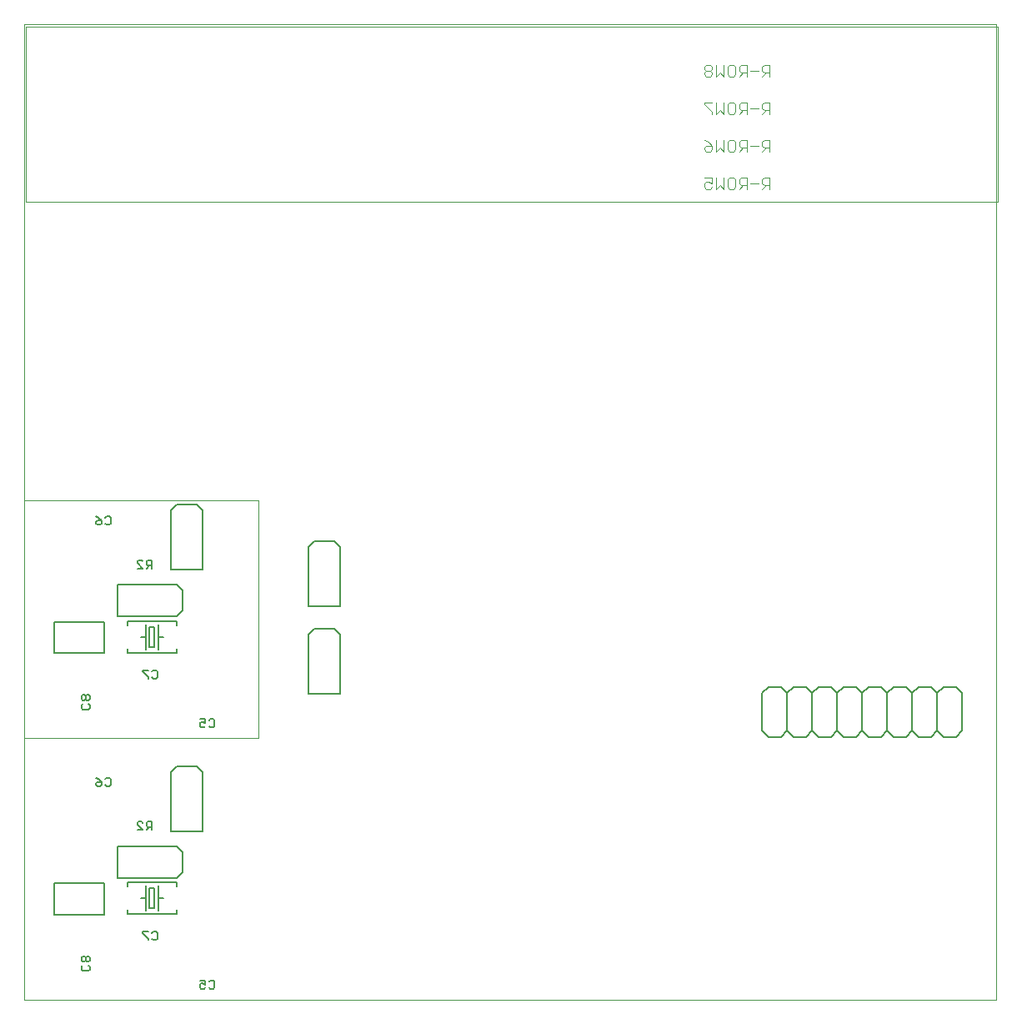
<source format=gbo>
G04 This is an RS-274x file exported by *
G04 gerbv version 2.6.1 *
G04 More information is available about gerbv at *
G04 http://gerbv.geda-project.org/ *
G04 --End of header info--*
%MOIN*%
%FSLAX34Y34*%
%IPPOS*%
G04 --Define apertures--*
%ADD10C,0.0000*%
%ADD11C,0.0060*%
%ADD12C,0.0050*%
%ADD13C,0.0040*%
G04 --Start main section--*
G54D10*
G01X0000535Y0000450D02*
G01X0000535Y0039446D01*
G01X0000535Y0039446D02*
G01X0039405Y0039446D01*
G01X0039405Y0039446D02*
G01X0039405Y0000450D01*
G01X0039405Y0000450D02*
G01X0000535Y0000450D01*
G54D11*
G01X0002815Y0001650D02*
G01X0002815Y0001764D01*
G01X0002815Y0001764D02*
G01X0002872Y0001820D01*
G01X0002872Y0001962D02*
G01X0002929Y0001962D01*
G01X0002929Y0001962D02*
G01X0002985Y0002018D01*
G01X0002985Y0002018D02*
G01X0002985Y0002132D01*
G01X0002985Y0002132D02*
G01X0002929Y0002189D01*
G01X0002929Y0002189D02*
G01X0002872Y0002189D01*
G01X0002872Y0002189D02*
G01X0002815Y0002132D01*
G01X0002815Y0002132D02*
G01X0002815Y0002018D01*
G01X0002815Y0002018D02*
G01X0002872Y0001962D01*
G01X0002985Y0002018D02*
G01X0003042Y0001962D01*
G01X0003042Y0001962D02*
G01X0003099Y0001962D01*
G01X0003099Y0001962D02*
G01X0003155Y0002018D01*
G01X0003155Y0002018D02*
G01X0003155Y0002132D01*
G01X0003155Y0002132D02*
G01X0003099Y0002189D01*
G01X0003099Y0002189D02*
G01X0003042Y0002189D01*
G01X0003042Y0002189D02*
G01X0002985Y0002132D01*
G01X0003099Y0001820D02*
G01X0003155Y0001764D01*
G01X0003155Y0001764D02*
G01X0003155Y0001650D01*
G01X0003155Y0001650D02*
G01X0003099Y0001593D01*
G01X0003099Y0001593D02*
G01X0002872Y0001593D01*
G01X0002872Y0001593D02*
G01X0002815Y0001650D01*
G01X0005260Y0003114D02*
G01X0005487Y0002887D01*
G01X0005487Y0002887D02*
G01X0005487Y0002830D01*
G01X0005628Y0002887D02*
G01X0005685Y0002830D01*
G01X0005685Y0002830D02*
G01X0005798Y0002830D01*
G01X0005798Y0002830D02*
G01X0005855Y0002887D01*
G01X0005855Y0002887D02*
G01X0005855Y0003114D01*
G01X0005855Y0003114D02*
G01X0005798Y0003170D01*
G01X0005798Y0003170D02*
G01X0005685Y0003170D01*
G01X0005685Y0003170D02*
G01X0005628Y0003114D01*
G01X0005487Y0003170D02*
G01X0005260Y0003170D01*
G01X0005260Y0003170D02*
G01X0005260Y0003114D01*
G01X0007547Y0001220D02*
G01X0007773Y0001220D01*
G01X0007773Y0001220D02*
G01X0007773Y0001050D01*
G01X0007773Y0001050D02*
G01X0007660Y0001107D01*
G01X0007660Y0001107D02*
G01X0007603Y0001107D01*
G01X0007603Y0001107D02*
G01X0007547Y0001050D01*
G01X0007547Y0001050D02*
G01X0007547Y0000937D01*
G01X0007547Y0000937D02*
G01X0007603Y0000880D01*
G01X0007603Y0000880D02*
G01X0007717Y0000880D01*
G01X0007717Y0000880D02*
G01X0007773Y0000937D01*
G01X0007915Y0000937D02*
G01X0007972Y0000880D01*
G01X0007972Y0000880D02*
G01X0008085Y0000880D01*
G01X0008085Y0000880D02*
G01X0008142Y0000937D01*
G01X0008142Y0000937D02*
G01X0008142Y0001164D01*
G01X0008142Y0001164D02*
G01X0008085Y0001220D01*
G01X0008085Y0001220D02*
G01X0007972Y0001220D01*
G01X0007972Y0001220D02*
G01X0007915Y0001164D01*
G01X0005642Y0007230D02*
G01X0005642Y0007570D01*
G01X0005642Y0007570D02*
G01X0005472Y0007570D01*
G01X0005472Y0007570D02*
G01X0005415Y0007514D01*
G01X0005415Y0007514D02*
G01X0005415Y0007400D01*
G01X0005415Y0007400D02*
G01X0005472Y0007343D01*
G01X0005472Y0007343D02*
G01X0005642Y0007343D01*
G01X0005528Y0007343D02*
G01X0005415Y0007230D01*
G01X0005273Y0007230D02*
G01X0005047Y0007457D01*
G01X0005047Y0007457D02*
G01X0005047Y0007514D01*
G01X0005047Y0007514D02*
G01X0005103Y0007570D01*
G01X0005103Y0007570D02*
G01X0005217Y0007570D01*
G01X0005217Y0007570D02*
G01X0005273Y0007514D01*
G01X0005273Y0007230D02*
G01X0005047Y0007230D01*
G01X0003935Y0008980D02*
G01X0003822Y0008980D01*
G01X0003822Y0008980D02*
G01X0003765Y0009037D01*
G01X0003623Y0009037D02*
G01X0003567Y0008980D01*
G01X0003567Y0008980D02*
G01X0003453Y0008980D01*
G01X0003453Y0008980D02*
G01X0003397Y0009037D01*
G01X0003397Y0009037D02*
G01X0003397Y0009093D01*
G01X0003397Y0009093D02*
G01X0003453Y0009150D01*
G01X0003453Y0009150D02*
G01X0003623Y0009150D01*
G01X0003623Y0009150D02*
G01X0003623Y0009037D01*
G01X0003623Y0009150D02*
G01X0003510Y0009264D01*
G01X0003510Y0009264D02*
G01X0003397Y0009320D01*
G01X0003765Y0009264D02*
G01X0003822Y0009320D01*
G01X0003822Y0009320D02*
G01X0003935Y0009320D01*
G01X0003935Y0009320D02*
G01X0003992Y0009264D01*
G01X0003992Y0009264D02*
G01X0003992Y0009037D01*
G01X0003992Y0009037D02*
G01X0003935Y0008980D01*
G01X0030035Y0011200D02*
G01X0030285Y0010950D01*
G01X0030285Y0010950D02*
G01X0030785Y0010950D01*
G01X0030785Y0010950D02*
G01X0031035Y0011200D01*
G01X0031035Y0011200D02*
G01X0031035Y0012700D01*
G01X0031035Y0012700D02*
G01X0031285Y0012950D01*
G01X0031285Y0012950D02*
G01X0031785Y0012950D01*
G01X0031785Y0012950D02*
G01X0032035Y0012700D01*
G01X0032035Y0012700D02*
G01X0032035Y0011200D01*
G01X0032035Y0011200D02*
G01X0032285Y0010950D01*
G01X0032285Y0010950D02*
G01X0032785Y0010950D01*
G01X0032785Y0010950D02*
G01X0033035Y0011200D01*
G01X0033035Y0011200D02*
G01X0033035Y0012700D01*
G01X0033035Y0012700D02*
G01X0033285Y0012950D01*
G01X0033285Y0012950D02*
G01X0033785Y0012950D01*
G01X0033785Y0012950D02*
G01X0034035Y0012700D01*
G01X0034035Y0012700D02*
G01X0034035Y0011200D01*
G01X0034035Y0011200D02*
G01X0034285Y0010950D01*
G01X0034285Y0010950D02*
G01X0034785Y0010950D01*
G01X0034785Y0010950D02*
G01X0035035Y0011200D01*
G01X0035035Y0011200D02*
G01X0035035Y0012700D01*
G01X0035035Y0012700D02*
G01X0035285Y0012950D01*
G01X0035285Y0012950D02*
G01X0035785Y0012950D01*
G01X0035785Y0012950D02*
G01X0036035Y0012700D01*
G01X0036035Y0012700D02*
G01X0036035Y0011200D01*
G01X0036035Y0011200D02*
G01X0036285Y0010950D01*
G01X0036285Y0010950D02*
G01X0036785Y0010950D01*
G01X0036785Y0010950D02*
G01X0037035Y0011200D01*
G01X0037035Y0011200D02*
G01X0037285Y0010950D01*
G01X0037285Y0010950D02*
G01X0037785Y0010950D01*
G01X0037785Y0010950D02*
G01X0038035Y0011200D01*
G01X0038035Y0011200D02*
G01X0038035Y0012700D01*
G01X0038035Y0012700D02*
G01X0037785Y0012950D01*
G01X0037785Y0012950D02*
G01X0037285Y0012950D01*
G01X0037285Y0012950D02*
G01X0037035Y0012700D01*
G01X0037035Y0012700D02*
G01X0037035Y0011200D01*
G01X0036035Y0011200D02*
G01X0035785Y0010950D01*
G01X0035785Y0010950D02*
G01X0035285Y0010950D01*
G01X0035285Y0010950D02*
G01X0035035Y0011200D01*
G01X0034035Y0011200D02*
G01X0033785Y0010950D01*
G01X0033785Y0010950D02*
G01X0033285Y0010950D01*
G01X0033285Y0010950D02*
G01X0033035Y0011200D01*
G01X0032035Y0011200D02*
G01X0031785Y0010950D01*
G01X0031785Y0010950D02*
G01X0031285Y0010950D01*
G01X0031285Y0010950D02*
G01X0031035Y0011200D01*
G01X0030035Y0011200D02*
G01X0030035Y0012700D01*
G01X0030035Y0012700D02*
G01X0030285Y0012950D01*
G01X0030285Y0012950D02*
G01X0030785Y0012950D01*
G01X0030785Y0012950D02*
G01X0031035Y0012700D01*
G01X0032035Y0012700D02*
G01X0032285Y0012950D01*
G01X0032285Y0012950D02*
G01X0032785Y0012950D01*
G01X0032785Y0012950D02*
G01X0033035Y0012700D01*
G01X0034035Y0012700D02*
G01X0034285Y0012950D01*
G01X0034285Y0012950D02*
G01X0034785Y0012950D01*
G01X0034785Y0012950D02*
G01X0035035Y0012700D01*
G01X0036035Y0012700D02*
G01X0036285Y0012950D01*
G01X0036285Y0012950D02*
G01X0036785Y0012950D01*
G01X0036785Y0012950D02*
G01X0037035Y0012700D01*
G54D12*
G01X0013165Y0012690D02*
G01X0013165Y0015052D01*
G01X0013165Y0015052D02*
G01X0012929Y0015289D01*
G01X0012929Y0015289D02*
G01X0012141Y0015289D01*
G01X0012141Y0015289D02*
G01X0011905Y0015052D01*
G01X0011905Y0015052D02*
G01X0011905Y0012690D01*
G01X0011905Y0012690D02*
G01X0013165Y0012690D01*
G01X0013165Y0016190D02*
G01X0011905Y0016190D01*
G01X0011905Y0016190D02*
G01X0011905Y0018552D01*
G01X0011905Y0018552D02*
G01X0012141Y0018789D01*
G01X0012141Y0018789D02*
G01X0012929Y0018789D01*
G01X0012929Y0018789D02*
G01X0013165Y0018552D01*
G01X0013165Y0018552D02*
G01X0013165Y0016190D01*
G01X0007429Y0009789D02*
G01X0006641Y0009789D01*
G01X0006641Y0009789D02*
G01X0006405Y0009552D01*
G01X0006405Y0009552D02*
G01X0006405Y0007190D01*
G01X0006405Y0007190D02*
G01X0007665Y0007190D01*
G01X0007665Y0007190D02*
G01X0007665Y0009552D01*
G01X0007665Y0009552D02*
G01X0007429Y0009789D01*
G01X0006637Y0006580D02*
G01X0004275Y0006580D01*
G01X0004275Y0006580D02*
G01X0004275Y0005320D01*
G01X0004275Y0005320D02*
G01X0006637Y0005320D01*
G01X0006637Y0005320D02*
G01X0006874Y0005556D01*
G01X0006874Y0005556D02*
G01X0006874Y0006344D01*
G01X0006874Y0006344D02*
G01X0006637Y0006580D01*
G01X0006619Y0005130D02*
G01X0004651Y0005130D01*
G01X0004651Y0005130D02*
G01X0004651Y0004972D01*
G01X0005185Y0004500D02*
G01X0005385Y0004500D01*
G01X0005385Y0004500D02*
G01X0005385Y0004000D01*
G01X0005535Y0004100D02*
G01X0005535Y0004900D01*
G01X0005535Y0004900D02*
G01X0005735Y0004900D01*
G01X0005735Y0004900D02*
G01X0005735Y0004100D01*
G01X0005735Y0004100D02*
G01X0005535Y0004100D01*
G01X0005885Y0004000D02*
G01X0005885Y0004500D01*
G01X0005885Y0004500D02*
G01X0006085Y0004500D01*
G01X0005885Y0004500D02*
G01X0005885Y0005000D01*
G01X0005385Y0005000D02*
G01X0005385Y0004500D01*
G01X0004651Y0004028D02*
G01X0004651Y0003870D01*
G01X0004651Y0003870D02*
G01X0006619Y0003870D01*
G01X0006619Y0003870D02*
G01X0006619Y0004028D01*
G01X0006619Y0004972D02*
G01X0006619Y0005130D01*
G01X0003735Y0005100D02*
G01X0003735Y0003850D01*
G01X0003735Y0003850D02*
G01X0001735Y0003850D01*
G01X0001735Y0003850D02*
G01X0001735Y0005100D01*
G01X0001735Y0005100D02*
G01X0003735Y0005100D01*
G01X0000000Y0010600D02*
G54D10*
G01X0000535Y0010900D02*
G01X0000535Y0020396D01*
G01X0000535Y0020396D02*
G01X0009905Y0020396D01*
G01X0009905Y0020396D02*
G01X0009905Y0010900D01*
G01X0009905Y0010900D02*
G01X0000535Y0010900D01*
G54D11*
G01X0002815Y0012100D02*
G01X0002815Y0012214D01*
G01X0002815Y0012214D02*
G01X0002872Y0012270D01*
G01X0002872Y0012412D02*
G01X0002929Y0012412D01*
G01X0002929Y0012412D02*
G01X0002985Y0012468D01*
G01X0002985Y0012468D02*
G01X0002985Y0012582D01*
G01X0002985Y0012582D02*
G01X0002929Y0012639D01*
G01X0002929Y0012639D02*
G01X0002872Y0012639D01*
G01X0002872Y0012639D02*
G01X0002815Y0012582D01*
G01X0002815Y0012582D02*
G01X0002815Y0012468D01*
G01X0002815Y0012468D02*
G01X0002872Y0012412D01*
G01X0002985Y0012468D02*
G01X0003042Y0012412D01*
G01X0003042Y0012412D02*
G01X0003099Y0012412D01*
G01X0003099Y0012412D02*
G01X0003155Y0012468D01*
G01X0003155Y0012468D02*
G01X0003155Y0012582D01*
G01X0003155Y0012582D02*
G01X0003099Y0012639D01*
G01X0003099Y0012639D02*
G01X0003042Y0012639D01*
G01X0003042Y0012639D02*
G01X0002985Y0012582D01*
G01X0003099Y0012270D02*
G01X0003155Y0012214D01*
G01X0003155Y0012214D02*
G01X0003155Y0012100D01*
G01X0003155Y0012100D02*
G01X0003099Y0012043D01*
G01X0003099Y0012043D02*
G01X0002872Y0012043D01*
G01X0002872Y0012043D02*
G01X0002815Y0012100D01*
G01X0005260Y0013564D02*
G01X0005487Y0013337D01*
G01X0005487Y0013337D02*
G01X0005487Y0013280D01*
G01X0005628Y0013337D02*
G01X0005685Y0013280D01*
G01X0005685Y0013280D02*
G01X0005798Y0013280D01*
G01X0005798Y0013280D02*
G01X0005855Y0013337D01*
G01X0005855Y0013337D02*
G01X0005855Y0013564D01*
G01X0005855Y0013564D02*
G01X0005798Y0013620D01*
G01X0005798Y0013620D02*
G01X0005685Y0013620D01*
G01X0005685Y0013620D02*
G01X0005628Y0013564D01*
G01X0005487Y0013620D02*
G01X0005260Y0013620D01*
G01X0005260Y0013620D02*
G01X0005260Y0013564D01*
G01X0007547Y0011670D02*
G01X0007773Y0011670D01*
G01X0007773Y0011670D02*
G01X0007773Y0011500D01*
G01X0007773Y0011500D02*
G01X0007660Y0011557D01*
G01X0007660Y0011557D02*
G01X0007603Y0011557D01*
G01X0007603Y0011557D02*
G01X0007547Y0011500D01*
G01X0007547Y0011500D02*
G01X0007547Y0011387D01*
G01X0007547Y0011387D02*
G01X0007603Y0011330D01*
G01X0007603Y0011330D02*
G01X0007717Y0011330D01*
G01X0007717Y0011330D02*
G01X0007773Y0011387D01*
G01X0007915Y0011387D02*
G01X0007972Y0011330D01*
G01X0007972Y0011330D02*
G01X0008085Y0011330D01*
G01X0008085Y0011330D02*
G01X0008142Y0011387D01*
G01X0008142Y0011387D02*
G01X0008142Y0011614D01*
G01X0008142Y0011614D02*
G01X0008085Y0011670D01*
G01X0008085Y0011670D02*
G01X0007972Y0011670D01*
G01X0007972Y0011670D02*
G01X0007915Y0011614D01*
G01X0005642Y0017680D02*
G01X0005642Y0018020D01*
G01X0005642Y0018020D02*
G01X0005472Y0018020D01*
G01X0005472Y0018020D02*
G01X0005415Y0017964D01*
G01X0005415Y0017964D02*
G01X0005415Y0017850D01*
G01X0005415Y0017850D02*
G01X0005472Y0017793D01*
G01X0005472Y0017793D02*
G01X0005642Y0017793D01*
G01X0005528Y0017793D02*
G01X0005415Y0017680D01*
G01X0005273Y0017680D02*
G01X0005047Y0017907D01*
G01X0005047Y0017907D02*
G01X0005047Y0017964D01*
G01X0005047Y0017964D02*
G01X0005103Y0018020D01*
G01X0005103Y0018020D02*
G01X0005217Y0018020D01*
G01X0005217Y0018020D02*
G01X0005273Y0017964D01*
G01X0005273Y0017680D02*
G01X0005047Y0017680D01*
G01X0003935Y0019430D02*
G01X0003822Y0019430D01*
G01X0003822Y0019430D02*
G01X0003765Y0019487D01*
G01X0003935Y0019430D02*
G01X0003992Y0019487D01*
G01X0003992Y0019487D02*
G01X0003992Y0019714D01*
G01X0003992Y0019714D02*
G01X0003935Y0019770D01*
G01X0003935Y0019770D02*
G01X0003822Y0019770D01*
G01X0003822Y0019770D02*
G01X0003765Y0019714D01*
G01X0003623Y0019600D02*
G01X0003623Y0019487D01*
G01X0003623Y0019487D02*
G01X0003567Y0019430D01*
G01X0003567Y0019430D02*
G01X0003453Y0019430D01*
G01X0003453Y0019430D02*
G01X0003397Y0019487D01*
G01X0003397Y0019487D02*
G01X0003397Y0019543D01*
G01X0003397Y0019543D02*
G01X0003453Y0019600D01*
G01X0003453Y0019600D02*
G01X0003623Y0019600D01*
G01X0003623Y0019600D02*
G01X0003510Y0019714D01*
G01X0003510Y0019714D02*
G01X0003397Y0019770D01*
G54D12*
G01X0004275Y0017030D02*
G01X0006637Y0017030D01*
G01X0006637Y0017030D02*
G01X0006874Y0016794D01*
G01X0006874Y0016794D02*
G01X0006874Y0016006D01*
G01X0006874Y0016006D02*
G01X0006637Y0015770D01*
G01X0006637Y0015770D02*
G01X0004275Y0015770D01*
G01X0004275Y0015770D02*
G01X0004275Y0017030D01*
G01X0004651Y0015580D02*
G01X0006619Y0015580D01*
G01X0006619Y0015580D02*
G01X0006619Y0015422D01*
G01X0006085Y0014950D02*
G01X0005885Y0014950D01*
G01X0005885Y0014950D02*
G01X0005885Y0014450D01*
G01X0005735Y0014550D02*
G01X0005535Y0014550D01*
G01X0005535Y0014550D02*
G01X0005535Y0015350D01*
G01X0005535Y0015350D02*
G01X0005735Y0015350D01*
G01X0005735Y0015350D02*
G01X0005735Y0014550D01*
G01X0005385Y0014450D02*
G01X0005385Y0014950D01*
G01X0005385Y0014950D02*
G01X0005185Y0014950D01*
G01X0005385Y0014950D02*
G01X0005385Y0015450D01*
G01X0005885Y0015450D02*
G01X0005885Y0014950D01*
G01X0006619Y0014478D02*
G01X0006619Y0014320D01*
G01X0006619Y0014320D02*
G01X0004651Y0014320D01*
G01X0004651Y0014320D02*
G01X0004651Y0014478D01*
G01X0003735Y0014300D02*
G01X0003735Y0015550D01*
G01X0003735Y0015550D02*
G01X0001735Y0015550D01*
G01X0001735Y0015550D02*
G01X0001735Y0014300D01*
G01X0001735Y0014300D02*
G01X0003735Y0014300D01*
G01X0004651Y0015422D02*
G01X0004651Y0015580D01*
G01X0006405Y0017640D02*
G01X0006405Y0020002D01*
G01X0006405Y0020002D02*
G01X0006641Y0020239D01*
G01X0006641Y0020239D02*
G01X0007429Y0020239D01*
G01X0007429Y0020239D02*
G01X0007665Y0020002D01*
G01X0007665Y0020002D02*
G01X0007665Y0017640D01*
G01X0007665Y0017640D02*
G01X0006405Y0017640D01*
G01X0000500Y0032200D02*
G54D10*
G01X0000600Y0032330D02*
G01X0000600Y0039326D01*
G01X0000600Y0039326D02*
G01X0039470Y0039326D01*
G01X0039470Y0039326D02*
G01X0039470Y0032330D01*
G01X0039470Y0032330D02*
G01X0000600Y0032330D01*
G54D13*
G01X0027733Y0032927D02*
G01X0027810Y0032850D01*
G01X0027810Y0032850D02*
G01X0027964Y0032850D01*
G01X0027964Y0032850D02*
G01X0028040Y0032927D01*
G01X0028194Y0032850D02*
G01X0028194Y0033310D01*
G01X0028040Y0033310D02*
G01X0028040Y0033080D01*
G01X0028040Y0033080D02*
G01X0027887Y0033157D01*
G01X0027887Y0033157D02*
G01X0027810Y0033157D01*
G01X0027810Y0033157D02*
G01X0027733Y0033080D01*
G01X0027733Y0033080D02*
G01X0027733Y0032927D01*
G01X0028194Y0032850D02*
G01X0028347Y0033003D01*
G01X0028347Y0033003D02*
G01X0028501Y0032850D01*
G01X0028501Y0032850D02*
G01X0028501Y0033310D01*
G01X0028654Y0033234D02*
G01X0028731Y0033310D01*
G01X0028731Y0033310D02*
G01X0028884Y0033310D01*
G01X0028884Y0033310D02*
G01X0028961Y0033234D01*
G01X0028961Y0033234D02*
G01X0028961Y0032927D01*
G01X0028961Y0032927D02*
G01X0028884Y0032850D01*
G01X0028884Y0032850D02*
G01X0028731Y0032850D01*
G01X0028731Y0032850D02*
G01X0028654Y0032927D01*
G01X0028654Y0032927D02*
G01X0028654Y0033234D01*
G01X0029115Y0033234D02*
G01X0029191Y0033310D01*
G01X0029191Y0033310D02*
G01X0029422Y0033310D01*
G01X0029422Y0033310D02*
G01X0029422Y0032850D01*
G01X0029268Y0033003D02*
G01X0029115Y0032850D01*
G01X0029191Y0033003D02*
G01X0029422Y0033003D01*
G01X0029575Y0033080D02*
G01X0029882Y0033080D01*
G01X0030035Y0033080D02*
G01X0030112Y0033003D01*
G01X0030112Y0033003D02*
G01X0030342Y0033003D01*
G01X0030189Y0033003D02*
G01X0030035Y0032850D01*
G01X0030342Y0032850D02*
G01X0030342Y0033310D01*
G01X0030342Y0033310D02*
G01X0030112Y0033310D01*
G01X0030112Y0033310D02*
G01X0030035Y0033234D01*
G01X0030035Y0033234D02*
G01X0030035Y0033080D01*
G01X0029191Y0033003D02*
G01X0029115Y0033080D01*
G01X0029115Y0033080D02*
G01X0029115Y0033234D01*
G01X0028040Y0033310D02*
G01X0027733Y0033310D01*
G01X0027810Y0034350D02*
G01X0027733Y0034427D01*
G01X0027733Y0034427D02*
G01X0027733Y0034503D01*
G01X0027733Y0034503D02*
G01X0027810Y0034580D01*
G01X0027810Y0034580D02*
G01X0028040Y0034580D01*
G01X0028040Y0034580D02*
G01X0028040Y0034427D01*
G01X0028040Y0034427D02*
G01X0027964Y0034350D01*
G01X0027964Y0034350D02*
G01X0027810Y0034350D01*
G01X0028194Y0034350D02*
G01X0028194Y0034810D01*
G01X0028040Y0034580D02*
G01X0027887Y0034734D01*
G01X0027887Y0034734D02*
G01X0027733Y0034810D01*
G01X0028501Y0034810D02*
G01X0028501Y0034350D01*
G01X0028501Y0034350D02*
G01X0028347Y0034503D01*
G01X0028347Y0034503D02*
G01X0028194Y0034350D01*
G01X0028654Y0034427D02*
G01X0028731Y0034350D01*
G01X0028731Y0034350D02*
G01X0028884Y0034350D01*
G01X0028884Y0034350D02*
G01X0028961Y0034427D01*
G01X0028961Y0034427D02*
G01X0028961Y0034734D01*
G01X0028961Y0034734D02*
G01X0028884Y0034810D01*
G01X0028884Y0034810D02*
G01X0028731Y0034810D01*
G01X0028731Y0034810D02*
G01X0028654Y0034734D01*
G01X0028654Y0034734D02*
G01X0028654Y0034427D01*
G01X0029115Y0034350D02*
G01X0029268Y0034503D01*
G01X0029191Y0034503D02*
G01X0029422Y0034503D01*
G01X0029575Y0034580D02*
G01X0029882Y0034580D01*
G01X0030035Y0034580D02*
G01X0030112Y0034503D01*
G01X0030112Y0034503D02*
G01X0030342Y0034503D01*
G01X0030189Y0034503D02*
G01X0030035Y0034350D01*
G01X0030342Y0034350D02*
G01X0030342Y0034810D01*
G01X0030342Y0034810D02*
G01X0030112Y0034810D01*
G01X0030112Y0034810D02*
G01X0030035Y0034734D01*
G01X0030035Y0034734D02*
G01X0030035Y0034580D01*
G01X0029191Y0034503D02*
G01X0029115Y0034580D01*
G01X0029115Y0034580D02*
G01X0029115Y0034734D01*
G01X0029115Y0034734D02*
G01X0029191Y0034810D01*
G01X0029191Y0034810D02*
G01X0029422Y0034810D01*
G01X0029422Y0034810D02*
G01X0029422Y0034350D01*
G01X0029422Y0035850D02*
G01X0029422Y0036310D01*
G01X0029422Y0036310D02*
G01X0029191Y0036310D01*
G01X0029191Y0036310D02*
G01X0029115Y0036234D01*
G01X0029115Y0036234D02*
G01X0029115Y0036080D01*
G01X0029115Y0036080D02*
G01X0029191Y0036003D01*
G01X0029191Y0036003D02*
G01X0029422Y0036003D01*
G01X0029268Y0036003D02*
G01X0029115Y0035850D01*
G01X0028961Y0035927D02*
G01X0028884Y0035850D01*
G01X0028884Y0035850D02*
G01X0028731Y0035850D01*
G01X0028731Y0035850D02*
G01X0028654Y0035927D01*
G01X0028654Y0035927D02*
G01X0028654Y0036234D01*
G01X0028654Y0036234D02*
G01X0028731Y0036310D01*
G01X0028731Y0036310D02*
G01X0028884Y0036310D01*
G01X0028884Y0036310D02*
G01X0028961Y0036234D01*
G01X0028961Y0036234D02*
G01X0028961Y0035927D01*
G01X0028501Y0035850D02*
G01X0028347Y0036003D01*
G01X0028347Y0036003D02*
G01X0028194Y0035850D01*
G01X0028194Y0035850D02*
G01X0028194Y0036310D01*
G01X0028040Y0036310D02*
G01X0027733Y0036310D01*
G01X0027733Y0036310D02*
G01X0027733Y0036234D01*
G01X0027733Y0036234D02*
G01X0028040Y0035927D01*
G01X0028040Y0035927D02*
G01X0028040Y0035850D01*
G01X0028501Y0035850D02*
G01X0028501Y0036310D01*
G01X0029575Y0036080D02*
G01X0029882Y0036080D01*
G01X0030035Y0036080D02*
G01X0030112Y0036003D01*
G01X0030112Y0036003D02*
G01X0030342Y0036003D01*
G01X0030189Y0036003D02*
G01X0030035Y0035850D01*
G01X0030342Y0035850D02*
G01X0030342Y0036310D01*
G01X0030342Y0036310D02*
G01X0030112Y0036310D01*
G01X0030112Y0036310D02*
G01X0030035Y0036234D01*
G01X0030035Y0036234D02*
G01X0030035Y0036080D01*
G01X0030035Y0037350D02*
G01X0030189Y0037503D01*
G01X0030112Y0037503D02*
G01X0030342Y0037503D01*
G01X0030112Y0037503D02*
G01X0030035Y0037580D01*
G01X0030035Y0037580D02*
G01X0030035Y0037734D01*
G01X0030035Y0037734D02*
G01X0030112Y0037810D01*
G01X0030112Y0037810D02*
G01X0030342Y0037810D01*
G01X0030342Y0037810D02*
G01X0030342Y0037350D01*
G01X0029422Y0037350D02*
G01X0029422Y0037810D01*
G01X0029422Y0037810D02*
G01X0029191Y0037810D01*
G01X0029191Y0037810D02*
G01X0029115Y0037734D01*
G01X0029115Y0037734D02*
G01X0029115Y0037580D01*
G01X0029115Y0037580D02*
G01X0029191Y0037503D01*
G01X0029191Y0037503D02*
G01X0029422Y0037503D01*
G01X0029268Y0037503D02*
G01X0029115Y0037350D01*
G01X0028961Y0037427D02*
G01X0028884Y0037350D01*
G01X0028884Y0037350D02*
G01X0028731Y0037350D01*
G01X0028731Y0037350D02*
G01X0028654Y0037427D01*
G01X0028654Y0037427D02*
G01X0028654Y0037734D01*
G01X0028654Y0037734D02*
G01X0028731Y0037810D01*
G01X0028731Y0037810D02*
G01X0028884Y0037810D01*
G01X0028884Y0037810D02*
G01X0028961Y0037734D01*
G01X0028961Y0037734D02*
G01X0028961Y0037427D01*
G01X0028501Y0037350D02*
G01X0028347Y0037503D01*
G01X0028347Y0037503D02*
G01X0028194Y0037350D01*
G01X0028194Y0037350D02*
G01X0028194Y0037810D01*
G01X0028040Y0037734D02*
G01X0027964Y0037810D01*
G01X0027964Y0037810D02*
G01X0027810Y0037810D01*
G01X0027810Y0037810D02*
G01X0027733Y0037734D01*
G01X0027733Y0037734D02*
G01X0027733Y0037657D01*
G01X0027733Y0037657D02*
G01X0027810Y0037580D01*
G01X0027810Y0037580D02*
G01X0027964Y0037580D01*
G01X0027964Y0037580D02*
G01X0028040Y0037657D01*
G01X0028040Y0037657D02*
G01X0028040Y0037734D01*
G01X0028501Y0037810D02*
G01X0028501Y0037350D01*
G01X0028040Y0037427D02*
G01X0028040Y0037503D01*
G01X0028040Y0037503D02*
G01X0027964Y0037580D01*
G01X0027810Y0037580D02*
G01X0027733Y0037503D01*
G01X0027733Y0037503D02*
G01X0027733Y0037427D01*
G01X0027733Y0037427D02*
G01X0027810Y0037350D01*
G01X0027810Y0037350D02*
G01X0027964Y0037350D01*
G01X0027964Y0037350D02*
G01X0028040Y0037427D01*
G01X0029575Y0037580D02*
G01X0029882Y0037580D01*
M02*

</source>
